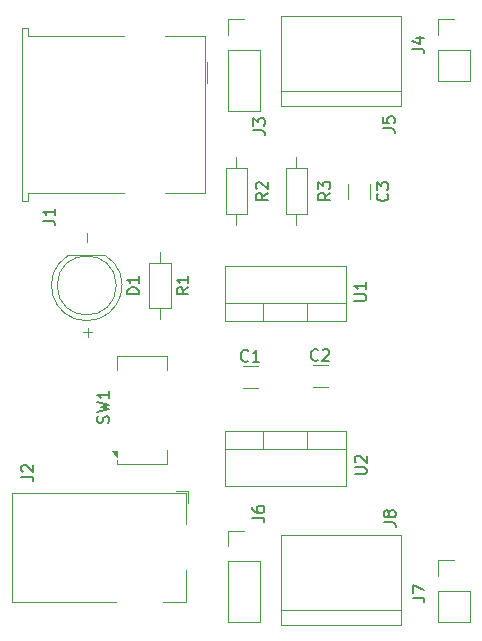
<source format=gbr>
%TF.GenerationSoftware,KiCad,Pcbnew,8.0.8*%
%TF.CreationDate,2025-01-22T21:37:18-04:00*%
%TF.ProjectId,Breadboard-3.3V-5V-power-supply,42726561-6462-46f6-9172-642d332e3356,1*%
%TF.SameCoordinates,Original*%
%TF.FileFunction,Legend,Top*%
%TF.FilePolarity,Positive*%
%FSLAX46Y46*%
G04 Gerber Fmt 4.6, Leading zero omitted, Abs format (unit mm)*
G04 Created by KiCad (PCBNEW 8.0.8) date 2025-01-22 21:37:18*
%MOMM*%
%LPD*%
G01*
G04 APERTURE LIST*
%ADD10C,0.100000*%
%ADD11C,0.150000*%
%ADD12C,0.120000*%
G04 APERTURE END LIST*
D10*
X135330666Y-91136115D02*
X135330666Y-90374211D01*
X135000084Y-98805466D02*
X135761989Y-98805466D01*
X135381036Y-99186419D02*
X135381036Y-98424514D01*
D11*
X139725219Y-95578494D02*
X138725219Y-95578494D01*
X138725219Y-95578494D02*
X138725219Y-95340399D01*
X138725219Y-95340399D02*
X138772838Y-95197542D01*
X138772838Y-95197542D02*
X138868076Y-95102304D01*
X138868076Y-95102304D02*
X138963314Y-95054685D01*
X138963314Y-95054685D02*
X139153790Y-95007066D01*
X139153790Y-95007066D02*
X139296647Y-95007066D01*
X139296647Y-95007066D02*
X139487123Y-95054685D01*
X139487123Y-95054685D02*
X139582361Y-95102304D01*
X139582361Y-95102304D02*
X139677600Y-95197542D01*
X139677600Y-95197542D02*
X139725219Y-95340399D01*
X139725219Y-95340399D02*
X139725219Y-95578494D01*
X139725219Y-94054685D02*
X139725219Y-94626113D01*
X139725219Y-94340399D02*
X138725219Y-94340399D01*
X138725219Y-94340399D02*
X138868076Y-94435637D01*
X138868076Y-94435637D02*
X138963314Y-94530875D01*
X138963314Y-94530875D02*
X139010933Y-94626113D01*
X150619619Y-87034666D02*
X150143428Y-87367999D01*
X150619619Y-87606094D02*
X149619619Y-87606094D01*
X149619619Y-87606094D02*
X149619619Y-87225142D01*
X149619619Y-87225142D02*
X149667238Y-87129904D01*
X149667238Y-87129904D02*
X149714857Y-87082285D01*
X149714857Y-87082285D02*
X149810095Y-87034666D01*
X149810095Y-87034666D02*
X149952952Y-87034666D01*
X149952952Y-87034666D02*
X150048190Y-87082285D01*
X150048190Y-87082285D02*
X150095809Y-87129904D01*
X150095809Y-87129904D02*
X150143428Y-87225142D01*
X150143428Y-87225142D02*
X150143428Y-87606094D01*
X149714857Y-86653713D02*
X149667238Y-86606094D01*
X149667238Y-86606094D02*
X149619619Y-86510856D01*
X149619619Y-86510856D02*
X149619619Y-86272761D01*
X149619619Y-86272761D02*
X149667238Y-86177523D01*
X149667238Y-86177523D02*
X149714857Y-86129904D01*
X149714857Y-86129904D02*
X149810095Y-86082285D01*
X149810095Y-86082285D02*
X149905333Y-86082285D01*
X149905333Y-86082285D02*
X150048190Y-86129904D01*
X150048190Y-86129904D02*
X150619619Y-86701332D01*
X150619619Y-86701332D02*
X150619619Y-86082285D01*
X149340219Y-114506333D02*
X150054504Y-114506333D01*
X150054504Y-114506333D02*
X150197361Y-114553952D01*
X150197361Y-114553952D02*
X150292600Y-114649190D01*
X150292600Y-114649190D02*
X150340219Y-114792047D01*
X150340219Y-114792047D02*
X150340219Y-114887285D01*
X149340219Y-113601571D02*
X149340219Y-113792047D01*
X149340219Y-113792047D02*
X149387838Y-113887285D01*
X149387838Y-113887285D02*
X149435457Y-113934904D01*
X149435457Y-113934904D02*
X149578314Y-114030142D01*
X149578314Y-114030142D02*
X149768790Y-114077761D01*
X149768790Y-114077761D02*
X150149742Y-114077761D01*
X150149742Y-114077761D02*
X150244980Y-114030142D01*
X150244980Y-114030142D02*
X150292600Y-113982523D01*
X150292600Y-113982523D02*
X150340219Y-113887285D01*
X150340219Y-113887285D02*
X150340219Y-113696809D01*
X150340219Y-113696809D02*
X150292600Y-113601571D01*
X150292600Y-113601571D02*
X150244980Y-113553952D01*
X150244980Y-113553952D02*
X150149742Y-113506333D01*
X150149742Y-113506333D02*
X149911647Y-113506333D01*
X149911647Y-113506333D02*
X149816409Y-113553952D01*
X149816409Y-113553952D02*
X149768790Y-113601571D01*
X149768790Y-113601571D02*
X149721171Y-113696809D01*
X149721171Y-113696809D02*
X149721171Y-113887285D01*
X149721171Y-113887285D02*
X149768790Y-113982523D01*
X149768790Y-113982523D02*
X149816409Y-114030142D01*
X149816409Y-114030142D02*
X149911647Y-114077761D01*
X131594019Y-89343533D02*
X132308304Y-89343533D01*
X132308304Y-89343533D02*
X132451161Y-89391152D01*
X132451161Y-89391152D02*
X132546400Y-89486390D01*
X132546400Y-89486390D02*
X132594019Y-89629247D01*
X132594019Y-89629247D02*
X132594019Y-89724485D01*
X132594019Y-88343533D02*
X132594019Y-88914961D01*
X132594019Y-88629247D02*
X131594019Y-88629247D01*
X131594019Y-88629247D02*
X131736876Y-88724485D01*
X131736876Y-88724485D02*
X131832114Y-88819723D01*
X131832114Y-88819723D02*
X131879733Y-88914961D01*
X157976219Y-96138904D02*
X158785742Y-96138904D01*
X158785742Y-96138904D02*
X158880980Y-96091285D01*
X158880980Y-96091285D02*
X158928600Y-96043666D01*
X158928600Y-96043666D02*
X158976219Y-95948428D01*
X158976219Y-95948428D02*
X158976219Y-95757952D01*
X158976219Y-95757952D02*
X158928600Y-95662714D01*
X158928600Y-95662714D02*
X158880980Y-95615095D01*
X158880980Y-95615095D02*
X158785742Y-95567476D01*
X158785742Y-95567476D02*
X157976219Y-95567476D01*
X158976219Y-94567476D02*
X158976219Y-95138904D01*
X158976219Y-94853190D02*
X157976219Y-94853190D01*
X157976219Y-94853190D02*
X158119076Y-94948428D01*
X158119076Y-94948428D02*
X158214314Y-95043666D01*
X158214314Y-95043666D02*
X158261933Y-95138904D01*
X158001619Y-110820104D02*
X158811142Y-110820104D01*
X158811142Y-110820104D02*
X158906380Y-110772485D01*
X158906380Y-110772485D02*
X158954000Y-110724866D01*
X158954000Y-110724866D02*
X159001619Y-110629628D01*
X159001619Y-110629628D02*
X159001619Y-110439152D01*
X159001619Y-110439152D02*
X158954000Y-110343914D01*
X158954000Y-110343914D02*
X158906380Y-110296295D01*
X158906380Y-110296295D02*
X158811142Y-110248676D01*
X158811142Y-110248676D02*
X158001619Y-110248676D01*
X158096857Y-109820104D02*
X158049238Y-109772485D01*
X158049238Y-109772485D02*
X158001619Y-109677247D01*
X158001619Y-109677247D02*
X158001619Y-109439152D01*
X158001619Y-109439152D02*
X158049238Y-109343914D01*
X158049238Y-109343914D02*
X158096857Y-109296295D01*
X158096857Y-109296295D02*
X158192095Y-109248676D01*
X158192095Y-109248676D02*
X158287333Y-109248676D01*
X158287333Y-109248676D02*
X158430190Y-109296295D01*
X158430190Y-109296295D02*
X159001619Y-109867723D01*
X159001619Y-109867723D02*
X159001619Y-109248676D01*
X160757780Y-87067266D02*
X160805400Y-87114885D01*
X160805400Y-87114885D02*
X160853019Y-87257742D01*
X160853019Y-87257742D02*
X160853019Y-87352980D01*
X160853019Y-87352980D02*
X160805400Y-87495837D01*
X160805400Y-87495837D02*
X160710161Y-87591075D01*
X160710161Y-87591075D02*
X160614923Y-87638694D01*
X160614923Y-87638694D02*
X160424447Y-87686313D01*
X160424447Y-87686313D02*
X160281590Y-87686313D01*
X160281590Y-87686313D02*
X160091114Y-87638694D01*
X160091114Y-87638694D02*
X159995876Y-87591075D01*
X159995876Y-87591075D02*
X159900638Y-87495837D01*
X159900638Y-87495837D02*
X159853019Y-87352980D01*
X159853019Y-87352980D02*
X159853019Y-87257742D01*
X159853019Y-87257742D02*
X159900638Y-87114885D01*
X159900638Y-87114885D02*
X159948257Y-87067266D01*
X159853019Y-86733932D02*
X159853019Y-86114885D01*
X159853019Y-86114885D02*
X160233971Y-86448218D01*
X160233971Y-86448218D02*
X160233971Y-86305361D01*
X160233971Y-86305361D02*
X160281590Y-86210123D01*
X160281590Y-86210123D02*
X160329209Y-86162504D01*
X160329209Y-86162504D02*
X160424447Y-86114885D01*
X160424447Y-86114885D02*
X160662542Y-86114885D01*
X160662542Y-86114885D02*
X160757780Y-86162504D01*
X160757780Y-86162504D02*
X160805400Y-86210123D01*
X160805400Y-86210123D02*
X160853019Y-86305361D01*
X160853019Y-86305361D02*
X160853019Y-86591075D01*
X160853019Y-86591075D02*
X160805400Y-86686313D01*
X160805400Y-86686313D02*
X160757780Y-86733932D01*
X143920219Y-95012066D02*
X143444028Y-95345399D01*
X143920219Y-95583494D02*
X142920219Y-95583494D01*
X142920219Y-95583494D02*
X142920219Y-95202542D01*
X142920219Y-95202542D02*
X142967838Y-95107304D01*
X142967838Y-95107304D02*
X143015457Y-95059685D01*
X143015457Y-95059685D02*
X143110695Y-95012066D01*
X143110695Y-95012066D02*
X143253552Y-95012066D01*
X143253552Y-95012066D02*
X143348790Y-95059685D01*
X143348790Y-95059685D02*
X143396409Y-95107304D01*
X143396409Y-95107304D02*
X143444028Y-95202542D01*
X143444028Y-95202542D02*
X143444028Y-95583494D01*
X143920219Y-94059685D02*
X143920219Y-94631113D01*
X143920219Y-94345399D02*
X142920219Y-94345399D01*
X142920219Y-94345399D02*
X143063076Y-94440637D01*
X143063076Y-94440637D02*
X143158314Y-94535875D01*
X143158314Y-94535875D02*
X143205933Y-94631113D01*
X137152600Y-106480532D02*
X137200219Y-106337675D01*
X137200219Y-106337675D02*
X137200219Y-106099580D01*
X137200219Y-106099580D02*
X137152600Y-106004342D01*
X137152600Y-106004342D02*
X137104980Y-105956723D01*
X137104980Y-105956723D02*
X137009742Y-105909104D01*
X137009742Y-105909104D02*
X136914504Y-105909104D01*
X136914504Y-105909104D02*
X136819266Y-105956723D01*
X136819266Y-105956723D02*
X136771647Y-106004342D01*
X136771647Y-106004342D02*
X136724028Y-106099580D01*
X136724028Y-106099580D02*
X136676409Y-106290056D01*
X136676409Y-106290056D02*
X136628790Y-106385294D01*
X136628790Y-106385294D02*
X136581171Y-106432913D01*
X136581171Y-106432913D02*
X136485933Y-106480532D01*
X136485933Y-106480532D02*
X136390695Y-106480532D01*
X136390695Y-106480532D02*
X136295457Y-106432913D01*
X136295457Y-106432913D02*
X136247838Y-106385294D01*
X136247838Y-106385294D02*
X136200219Y-106290056D01*
X136200219Y-106290056D02*
X136200219Y-106051961D01*
X136200219Y-106051961D02*
X136247838Y-105909104D01*
X136200219Y-105575770D02*
X137200219Y-105337675D01*
X137200219Y-105337675D02*
X136485933Y-105147199D01*
X136485933Y-105147199D02*
X137200219Y-104956723D01*
X137200219Y-104956723D02*
X136200219Y-104718628D01*
X137200219Y-103813866D02*
X137200219Y-104385294D01*
X137200219Y-104099580D02*
X136200219Y-104099580D01*
X136200219Y-104099580D02*
X136343076Y-104194818D01*
X136343076Y-104194818D02*
X136438314Y-104290056D01*
X136438314Y-104290056D02*
X136485933Y-104385294D01*
X160465419Y-114887333D02*
X161179704Y-114887333D01*
X161179704Y-114887333D02*
X161322561Y-114934952D01*
X161322561Y-114934952D02*
X161417800Y-115030190D01*
X161417800Y-115030190D02*
X161465419Y-115173047D01*
X161465419Y-115173047D02*
X161465419Y-115268285D01*
X160893990Y-114268285D02*
X160846371Y-114363523D01*
X160846371Y-114363523D02*
X160798752Y-114411142D01*
X160798752Y-114411142D02*
X160703514Y-114458761D01*
X160703514Y-114458761D02*
X160655895Y-114458761D01*
X160655895Y-114458761D02*
X160560657Y-114411142D01*
X160560657Y-114411142D02*
X160513038Y-114363523D01*
X160513038Y-114363523D02*
X160465419Y-114268285D01*
X160465419Y-114268285D02*
X160465419Y-114077809D01*
X160465419Y-114077809D02*
X160513038Y-113982571D01*
X160513038Y-113982571D02*
X160560657Y-113934952D01*
X160560657Y-113934952D02*
X160655895Y-113887333D01*
X160655895Y-113887333D02*
X160703514Y-113887333D01*
X160703514Y-113887333D02*
X160798752Y-113934952D01*
X160798752Y-113934952D02*
X160846371Y-113982571D01*
X160846371Y-113982571D02*
X160893990Y-114077809D01*
X160893990Y-114077809D02*
X160893990Y-114268285D01*
X160893990Y-114268285D02*
X160941609Y-114363523D01*
X160941609Y-114363523D02*
X160989228Y-114411142D01*
X160989228Y-114411142D02*
X161084466Y-114458761D01*
X161084466Y-114458761D02*
X161274942Y-114458761D01*
X161274942Y-114458761D02*
X161370180Y-114411142D01*
X161370180Y-114411142D02*
X161417800Y-114363523D01*
X161417800Y-114363523D02*
X161465419Y-114268285D01*
X161465419Y-114268285D02*
X161465419Y-114077809D01*
X161465419Y-114077809D02*
X161417800Y-113982571D01*
X161417800Y-113982571D02*
X161370180Y-113934952D01*
X161370180Y-113934952D02*
X161274942Y-113887333D01*
X161274942Y-113887333D02*
X161084466Y-113887333D01*
X161084466Y-113887333D02*
X160989228Y-113934952D01*
X160989228Y-113934952D02*
X160941609Y-113982571D01*
X160941609Y-113982571D02*
X160893990Y-114077809D01*
X149391019Y-81689533D02*
X150105304Y-81689533D01*
X150105304Y-81689533D02*
X150248161Y-81737152D01*
X150248161Y-81737152D02*
X150343400Y-81832390D01*
X150343400Y-81832390D02*
X150391019Y-81975247D01*
X150391019Y-81975247D02*
X150391019Y-82070485D01*
X149391019Y-81308580D02*
X149391019Y-80689533D01*
X149391019Y-80689533D02*
X149771971Y-81022866D01*
X149771971Y-81022866D02*
X149771971Y-80880009D01*
X149771971Y-80880009D02*
X149819590Y-80784771D01*
X149819590Y-80784771D02*
X149867209Y-80737152D01*
X149867209Y-80737152D02*
X149962447Y-80689533D01*
X149962447Y-80689533D02*
X150200542Y-80689533D01*
X150200542Y-80689533D02*
X150295780Y-80737152D01*
X150295780Y-80737152D02*
X150343400Y-80784771D01*
X150343400Y-80784771D02*
X150391019Y-80880009D01*
X150391019Y-80880009D02*
X150391019Y-81165723D01*
X150391019Y-81165723D02*
X150343400Y-81260961D01*
X150343400Y-81260961D02*
X150295780Y-81308580D01*
X162878419Y-74806133D02*
X163592704Y-74806133D01*
X163592704Y-74806133D02*
X163735561Y-74853752D01*
X163735561Y-74853752D02*
X163830800Y-74948990D01*
X163830800Y-74948990D02*
X163878419Y-75091847D01*
X163878419Y-75091847D02*
X163878419Y-75187085D01*
X163211752Y-73901371D02*
X163878419Y-73901371D01*
X162830800Y-74139466D02*
X163545085Y-74377561D01*
X163545085Y-74377561D02*
X163545085Y-73758514D01*
X162903819Y-121262733D02*
X163618104Y-121262733D01*
X163618104Y-121262733D02*
X163760961Y-121310352D01*
X163760961Y-121310352D02*
X163856200Y-121405590D01*
X163856200Y-121405590D02*
X163903819Y-121548447D01*
X163903819Y-121548447D02*
X163903819Y-121643685D01*
X162903819Y-120881780D02*
X162903819Y-120215114D01*
X162903819Y-120215114D02*
X163903819Y-120643685D01*
X155928219Y-87009266D02*
X155452028Y-87342599D01*
X155928219Y-87580694D02*
X154928219Y-87580694D01*
X154928219Y-87580694D02*
X154928219Y-87199742D01*
X154928219Y-87199742D02*
X154975838Y-87104504D01*
X154975838Y-87104504D02*
X155023457Y-87056885D01*
X155023457Y-87056885D02*
X155118695Y-87009266D01*
X155118695Y-87009266D02*
X155261552Y-87009266D01*
X155261552Y-87009266D02*
X155356790Y-87056885D01*
X155356790Y-87056885D02*
X155404409Y-87104504D01*
X155404409Y-87104504D02*
X155452028Y-87199742D01*
X155452028Y-87199742D02*
X155452028Y-87580694D01*
X154928219Y-86675932D02*
X154928219Y-86056885D01*
X154928219Y-86056885D02*
X155309171Y-86390218D01*
X155309171Y-86390218D02*
X155309171Y-86247361D01*
X155309171Y-86247361D02*
X155356790Y-86152123D01*
X155356790Y-86152123D02*
X155404409Y-86104504D01*
X155404409Y-86104504D02*
X155499647Y-86056885D01*
X155499647Y-86056885D02*
X155737742Y-86056885D01*
X155737742Y-86056885D02*
X155832980Y-86104504D01*
X155832980Y-86104504D02*
X155880600Y-86152123D01*
X155880600Y-86152123D02*
X155928219Y-86247361D01*
X155928219Y-86247361D02*
X155928219Y-86533075D01*
X155928219Y-86533075D02*
X155880600Y-86628313D01*
X155880600Y-86628313D02*
X155832980Y-86675932D01*
X160389219Y-81537133D02*
X161103504Y-81537133D01*
X161103504Y-81537133D02*
X161246361Y-81584752D01*
X161246361Y-81584752D02*
X161341600Y-81679990D01*
X161341600Y-81679990D02*
X161389219Y-81822847D01*
X161389219Y-81822847D02*
X161389219Y-81918085D01*
X160389219Y-80584752D02*
X160389219Y-81060942D01*
X160389219Y-81060942D02*
X160865409Y-81108561D01*
X160865409Y-81108561D02*
X160817790Y-81060942D01*
X160817790Y-81060942D02*
X160770171Y-80965704D01*
X160770171Y-80965704D02*
X160770171Y-80727609D01*
X160770171Y-80727609D02*
X160817790Y-80632371D01*
X160817790Y-80632371D02*
X160865409Y-80584752D01*
X160865409Y-80584752D02*
X160960647Y-80537133D01*
X160960647Y-80537133D02*
X161198742Y-80537133D01*
X161198742Y-80537133D02*
X161293980Y-80584752D01*
X161293980Y-80584752D02*
X161341600Y-80632371D01*
X161341600Y-80632371D02*
X161389219Y-80727609D01*
X161389219Y-80727609D02*
X161389219Y-80965704D01*
X161389219Y-80965704D02*
X161341600Y-81060942D01*
X161341600Y-81060942D02*
X161293980Y-81108561D01*
X129782219Y-111026533D02*
X130496504Y-111026533D01*
X130496504Y-111026533D02*
X130639361Y-111074152D01*
X130639361Y-111074152D02*
X130734600Y-111169390D01*
X130734600Y-111169390D02*
X130782219Y-111312247D01*
X130782219Y-111312247D02*
X130782219Y-111407485D01*
X129877457Y-110597961D02*
X129829838Y-110550342D01*
X129829838Y-110550342D02*
X129782219Y-110455104D01*
X129782219Y-110455104D02*
X129782219Y-110217009D01*
X129782219Y-110217009D02*
X129829838Y-110121771D01*
X129829838Y-110121771D02*
X129877457Y-110074152D01*
X129877457Y-110074152D02*
X129972695Y-110026533D01*
X129972695Y-110026533D02*
X130067933Y-110026533D01*
X130067933Y-110026533D02*
X130210790Y-110074152D01*
X130210790Y-110074152D02*
X130782219Y-110645580D01*
X130782219Y-110645580D02*
X130782219Y-110026533D01*
X148982133Y-101197580D02*
X148934514Y-101245200D01*
X148934514Y-101245200D02*
X148791657Y-101292819D01*
X148791657Y-101292819D02*
X148696419Y-101292819D01*
X148696419Y-101292819D02*
X148553562Y-101245200D01*
X148553562Y-101245200D02*
X148458324Y-101149961D01*
X148458324Y-101149961D02*
X148410705Y-101054723D01*
X148410705Y-101054723D02*
X148363086Y-100864247D01*
X148363086Y-100864247D02*
X148363086Y-100721390D01*
X148363086Y-100721390D02*
X148410705Y-100530914D01*
X148410705Y-100530914D02*
X148458324Y-100435676D01*
X148458324Y-100435676D02*
X148553562Y-100340438D01*
X148553562Y-100340438D02*
X148696419Y-100292819D01*
X148696419Y-100292819D02*
X148791657Y-100292819D01*
X148791657Y-100292819D02*
X148934514Y-100340438D01*
X148934514Y-100340438D02*
X148982133Y-100388057D01*
X149934514Y-101292819D02*
X149363086Y-101292819D01*
X149648800Y-101292819D02*
X149648800Y-100292819D01*
X149648800Y-100292819D02*
X149553562Y-100435676D01*
X149553562Y-100435676D02*
X149458324Y-100530914D01*
X149458324Y-100530914D02*
X149363086Y-100578533D01*
X154900333Y-101146780D02*
X154852714Y-101194400D01*
X154852714Y-101194400D02*
X154709857Y-101242019D01*
X154709857Y-101242019D02*
X154614619Y-101242019D01*
X154614619Y-101242019D02*
X154471762Y-101194400D01*
X154471762Y-101194400D02*
X154376524Y-101099161D01*
X154376524Y-101099161D02*
X154328905Y-101003923D01*
X154328905Y-101003923D02*
X154281286Y-100813447D01*
X154281286Y-100813447D02*
X154281286Y-100670590D01*
X154281286Y-100670590D02*
X154328905Y-100480114D01*
X154328905Y-100480114D02*
X154376524Y-100384876D01*
X154376524Y-100384876D02*
X154471762Y-100289638D01*
X154471762Y-100289638D02*
X154614619Y-100242019D01*
X154614619Y-100242019D02*
X154709857Y-100242019D01*
X154709857Y-100242019D02*
X154852714Y-100289638D01*
X154852714Y-100289638D02*
X154900333Y-100337257D01*
X155281286Y-100337257D02*
X155328905Y-100289638D01*
X155328905Y-100289638D02*
X155424143Y-100242019D01*
X155424143Y-100242019D02*
X155662238Y-100242019D01*
X155662238Y-100242019D02*
X155757476Y-100289638D01*
X155757476Y-100289638D02*
X155805095Y-100337257D01*
X155805095Y-100337257D02*
X155852714Y-100432495D01*
X155852714Y-100432495D02*
X155852714Y-100527733D01*
X155852714Y-100527733D02*
X155805095Y-100670590D01*
X155805095Y-100670590D02*
X155233667Y-101242019D01*
X155233667Y-101242019D02*
X155852714Y-101242019D01*
D12*
%TO.C,D1*%
X136855400Y-92280400D02*
X133765400Y-92280400D01*
X135310352Y-97830400D02*
G75*
G02*
X133765570Y-92280400I48J2990000D01*
G01*
X136855230Y-92280400D02*
G75*
G02*
X135310448Y-97830400I-1544830J-2560000D01*
G01*
X137810400Y-94840400D02*
G75*
G02*
X132810400Y-94840400I-2500000J0D01*
G01*
X132810400Y-94840400D02*
G75*
G02*
X137810400Y-94840400I2500000J0D01*
G01*
%TO.C,R2*%
X147065000Y-84924400D02*
X147065000Y-88764400D01*
X147065000Y-88764400D02*
X148905000Y-88764400D01*
X147985000Y-83974400D02*
X147985000Y-84924400D01*
X147985000Y-89714400D02*
X147985000Y-88764400D01*
X148905000Y-84924400D02*
X147065000Y-84924400D01*
X148905000Y-88764400D02*
X148905000Y-84924400D01*
%TO.C,J6*%
X147290000Y-115602600D02*
X148620000Y-115602600D01*
X147290000Y-116932600D02*
X147290000Y-115602600D01*
X147290000Y-118202600D02*
X147290000Y-123342600D01*
X147290000Y-118202600D02*
X149950000Y-118202600D01*
X147290000Y-123342600D02*
X149950000Y-123342600D01*
X149950000Y-118202600D02*
X149950000Y-123342600D01*
%TO.C,J1*%
X129826400Y-73030200D02*
X129826400Y-87650200D01*
X129826400Y-87650200D02*
X130346400Y-87650200D01*
X130346400Y-73030200D02*
X129826400Y-73030200D01*
X130346400Y-73680200D02*
X130346400Y-73030200D01*
X130346400Y-73680200D02*
X138456400Y-73680200D01*
X130346400Y-87650200D02*
X130346400Y-87000200D01*
X138456400Y-87000200D02*
X130346400Y-87000200D01*
X145306400Y-73680200D02*
X141976400Y-73680200D01*
X145306400Y-73680200D02*
X145306400Y-87000200D01*
X145306400Y-87000200D02*
X141976400Y-87000200D01*
X145526400Y-75940200D02*
X145526400Y-77740200D01*
%TO.C,U1*%
X147005200Y-97810600D02*
X147005200Y-93169600D01*
X150274200Y-97810600D02*
X150274200Y-96300600D01*
X153975200Y-97810600D02*
X153975200Y-96300600D01*
X157245200Y-93169600D02*
X147005200Y-93169600D01*
X157245200Y-96300600D02*
X147005200Y-96300600D01*
X157245200Y-97810600D02*
X147005200Y-97810600D01*
X157245200Y-97810600D02*
X157245200Y-93169600D01*
%TO.C,U2*%
X147005200Y-107196400D02*
X147005200Y-111837400D01*
X147005200Y-107196400D02*
X157245200Y-107196400D01*
X147005200Y-108706400D02*
X157245200Y-108706400D01*
X147005200Y-111837400D02*
X157245200Y-111837400D01*
X150275200Y-107196400D02*
X150275200Y-108706400D01*
X153976200Y-107196400D02*
X153976200Y-108706400D01*
X157245200Y-107196400D02*
X157245200Y-111837400D01*
%TO.C,C3*%
X157428200Y-86271600D02*
X157428200Y-87529600D01*
X159268200Y-86271600D02*
X159268200Y-87529600D01*
%TO.C,R1*%
X140625400Y-92925400D02*
X140625400Y-96765400D01*
X140625400Y-96765400D02*
X142465400Y-96765400D01*
X141545400Y-91975400D02*
X141545400Y-92925400D01*
X141545400Y-97715400D02*
X141545400Y-96765400D01*
X142465400Y-92925400D02*
X140625400Y-92925400D01*
X142465400Y-96765400D02*
X142465400Y-92925400D01*
%TO.C,SW1*%
X137895400Y-100797200D02*
X142095400Y-100797200D01*
X137895400Y-101997200D02*
X137895400Y-100797200D01*
X137895400Y-109647200D02*
X137895400Y-109997200D01*
X137895400Y-109997200D02*
X142095400Y-109997200D01*
X142095400Y-100797200D02*
X142095400Y-101997200D01*
X142095400Y-109997200D02*
X142095400Y-108797200D01*
X137895400Y-109377200D02*
X137415400Y-108897200D01*
X137895400Y-108897200D01*
X137895400Y-109377200D01*
G36*
X137895400Y-109377200D02*
G01*
X137415400Y-108897200D01*
X137895400Y-108897200D01*
X137895400Y-109377200D01*
G37*
%TO.C,J8*%
X151795000Y-115972600D02*
X151795000Y-123592600D01*
X151795000Y-123592600D02*
X161955000Y-123592600D01*
X161955000Y-115972600D02*
X151795000Y-115972600D01*
X161955000Y-122322600D02*
X151795000Y-122322600D01*
X161955000Y-123592600D02*
X161955000Y-115972600D01*
%TO.C,J3*%
X147290000Y-72306400D02*
X148620000Y-72306400D01*
X147290000Y-73636400D02*
X147290000Y-72306400D01*
X147290000Y-74906400D02*
X147290000Y-80046400D01*
X147290000Y-74906400D02*
X149950000Y-74906400D01*
X147290000Y-80046400D02*
X149950000Y-80046400D01*
X149950000Y-74906400D02*
X149950000Y-80046400D01*
%TO.C,J4*%
X165070000Y-72306400D02*
X166400000Y-72306400D01*
X165070000Y-73636400D02*
X165070000Y-72306400D01*
X165070000Y-74906400D02*
X165070000Y-77506400D01*
X165070000Y-74906400D02*
X167730000Y-74906400D01*
X165070000Y-77506400D02*
X167730000Y-77506400D01*
X167730000Y-74906400D02*
X167730000Y-77506400D01*
%TO.C,J7*%
X165070000Y-118102600D02*
X166400000Y-118102600D01*
X165070000Y-119432600D02*
X165070000Y-118102600D01*
X165070000Y-120702600D02*
X165070000Y-123302600D01*
X165070000Y-120702600D02*
X167730000Y-120702600D01*
X165070000Y-123302600D02*
X167730000Y-123302600D01*
X167730000Y-120702600D02*
X167730000Y-123302600D01*
%TO.C,R3*%
X152145000Y-84924400D02*
X152145000Y-88764400D01*
X152145000Y-88764400D02*
X153985000Y-88764400D01*
X153065000Y-83974400D02*
X153065000Y-84924400D01*
X153065000Y-89714400D02*
X153065000Y-88764400D01*
X153985000Y-84924400D02*
X152145000Y-84924400D01*
X153985000Y-88764400D02*
X153985000Y-84924400D01*
%TO.C,J5*%
X151795000Y-72026400D02*
X151795000Y-79646400D01*
X151795000Y-79646400D02*
X161955000Y-79646400D01*
X161955000Y-72026400D02*
X151795000Y-72026400D01*
X161955000Y-78376400D02*
X151795000Y-78376400D01*
X161955000Y-79646400D02*
X161955000Y-72026400D01*
%TO.C,J2*%
X129000600Y-112432600D02*
X143700600Y-112432600D01*
X129000600Y-121632600D02*
X129000600Y-112432600D01*
X137800600Y-121632600D02*
X129000600Y-121632600D01*
X142850600Y-112232600D02*
X143900600Y-112232600D01*
X143700600Y-112432600D02*
X143700600Y-115032600D01*
X143700600Y-118932600D02*
X143700600Y-121632600D01*
X143700600Y-121632600D02*
X141800600Y-121632600D01*
X143900600Y-113282600D02*
X143900600Y-112232600D01*
%TO.C,C1*%
X148544400Y-101697800D02*
X149802400Y-101697800D01*
X148544400Y-103537800D02*
X149802400Y-103537800D01*
%TO.C,C2*%
X155702400Y-101596200D02*
X154444400Y-101596200D01*
X155702400Y-103436200D02*
X154444400Y-103436200D01*
%TD*%
M02*

</source>
